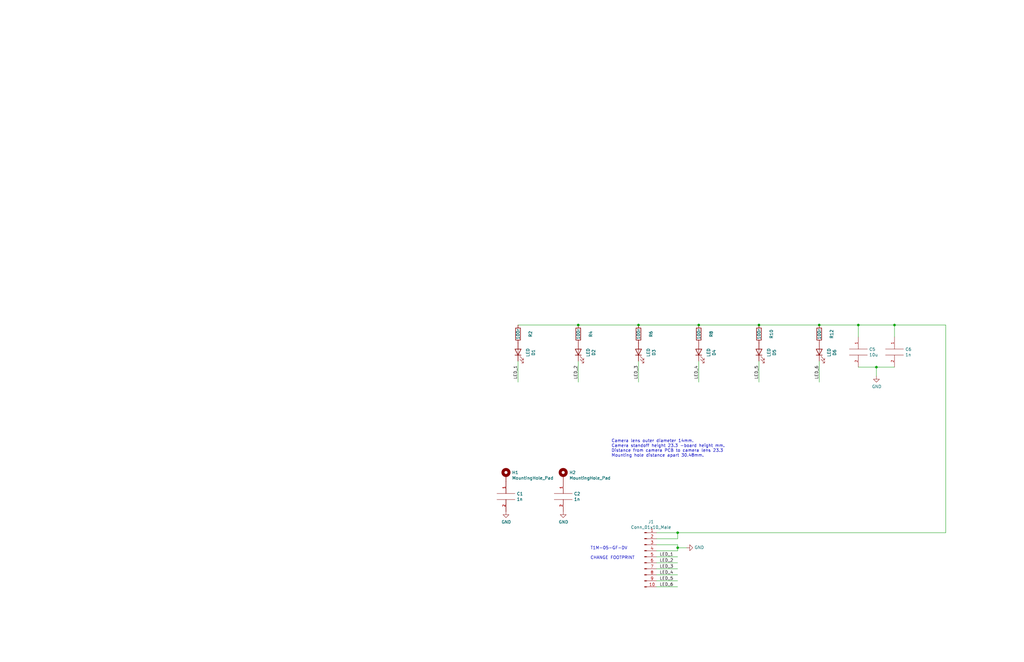
<source format=kicad_sch>
(kicad_sch (version 20211123) (generator eeschema)
  (paper "B")
  (title_block (title "Foras Promineo LED Ring") (comment 2 "Sandusky, Ohio 44870") (comment 3 "3714 Campbell St") (comment 4 "Perkins High School"))
  (lib_symbols
    (symbol "Connector:Conn_01x10_Male" (pin_names (offset 1.016) hide)
      (property "Reference" "J" (at 0 12.7 0))
      (property "Value" "Conn_01x10_Male" (at 0 -15.24 0))
      (symbol "Conn_01x10_Male_1_1"
        (polyline (pts (xy 1.27 -12.7) (xy 0.8636 -12.7)) (stroke (width 0.1524)))
        (polyline (pts (xy 1.27 -10.16) (xy 0.8636 -10.16)) (stroke (width 0.1524)))
        (polyline (pts (xy 1.27 -7.62) (xy 0.8636 -7.62)) (stroke (width 0.1524)))
        (polyline (pts (xy 1.27 -5.08) (xy 0.8636 -5.08)) (stroke (width 0.1524)))
        (polyline (pts (xy 1.27 -2.54) (xy 0.8636 -2.54)) (stroke (width 0.1524)))
        (polyline (pts (xy 1.27 0) (xy 0.8636 0)) (stroke (width 0.1524)))
        (polyline (pts (xy 1.27 2.54) (xy 0.8636 2.54)) (stroke (width 0.1524)))
        (polyline (pts (xy 1.27 5.08) (xy 0.8636 5.08)) (stroke (width 0.1524)))
        (polyline (pts (xy 1.27 7.62) (xy 0.8636 7.62)) (stroke (width 0.1524)))
        (polyline (pts (xy 1.27 10.16) (xy 0.8636 10.16)) (stroke (width 0.1524)))
        (rectangle (start 0.8636 -12.573) (end 0 -12.827) (stroke (width 0.1524)) (fill (type outline)))
        (rectangle (start 0.8636 -10.033) (end 0 -10.287) (stroke (width 0.1524)) (fill (type outline)))
        (rectangle (start 0.8636 -7.493) (end 0 -7.747) (stroke (width 0.1524)) (fill (type outline)))
        (rectangle (start 0.8636 -4.953) (end 0 -5.207) (stroke (width 0.1524)) (fill (type outline)))
        (rectangle (start 0.8636 -2.413) (end 0 -2.667) (stroke (width 0.1524)) (fill (type outline)))
        (rectangle (start 0.8636 0.127) (end 0 -0.127) (stroke (width 0.1524)) (fill (type outline)))
        (rectangle (start 0.8636 2.667) (end 0 2.413) (stroke (width 0.1524)) (fill (type outline)))
        (rectangle (start 0.8636 5.207) (end 0 4.953) (stroke (width 0.1524)) (fill (type outline)))
        (rectangle (start 0.8636 7.747) (end 0 7.493) (stroke (width 0.1524)) (fill (type outline)))
        (rectangle (start 0.8636 10.287) (end 0 10.033) (stroke (width 0.1524)) (fill (type outline)))
        (pin passive line (at 5.08 10.16 180) (length 3.81) (name "Pin_1") (number "1"))
        (pin passive line (at 5.08 -12.7 180) (length 3.81) (name "Pin_10") (number "10"))
        (pin passive line (at 5.08 7.62 180) (length 3.81) (name "Pin_2") (number "2"))
        (pin passive line (at 5.08 5.08 180) (length 3.81) (name "Pin_3") (number "3"))
        (pin passive line (at 5.08 2.54 180) (length 3.81) (name "Pin_4") (number "4"))
        (pin passive line (at 5.08 0 180) (length 3.81) (name "Pin_5") (number "5"))
        (pin passive line (at 5.08 -2.54 180) (length 3.81) (name "Pin_6") (number "6"))
        (pin passive line (at 5.08 -5.08 180) (length 3.81) (name "Pin_7") (number "7"))
        (pin passive line (at 5.08 -7.62 180) (length 3.81) (name "Pin_8") (number "8"))
        (pin passive line (at 5.08 -10.16 180) (length 3.81) (name "Pin_9") (number "9"))
      )
    )
    (symbol "Device:LED" (pin_numbers hide) (pin_names (offset 1.016) hide)
      (property "Reference" "D" (at 0 2.54 0))
      (property "Value" "LED" (at 0 -2.54 0))
      (symbol "LED_0_1"
        (polyline (pts (xy -1.27 -1.27) (xy -1.27 1.27)) (stroke (width 0.254)))
        (polyline (pts (xy -1.27 0) (xy 1.27 0)))
        (polyline (pts (xy 1.27 -1.27) (xy 1.27 1.27) (xy -1.27 0) (xy 1.27 -1.27)) (stroke (width 0.254)))
        (polyline (pts (xy -3.048 -0.762) (xy -4.572 -2.286) (xy -3.81 -2.286) (xy -4.572 -2.286) (xy -4.572 -1.524)))
        (polyline (pts (xy -1.778 -0.762) (xy -3.302 -2.286) (xy -2.54 -2.286) (xy -3.302 -2.286) (xy -3.302 -1.524)))
      )
      (symbol "LED_1_1"
        (pin passive line (at -3.81 0 0) (length 2.54) (name "K") (number "1"))
        (pin passive line (at 3.81 0 180) (length 2.54) (name "A") (number "2"))
      )
    )
    (symbol "Device:R" (pin_numbers hide) (pin_names (offset 0))
      (property "Reference" "R" (at 2.032 0 90))
      (property "Value" "R" (at 0 0 90))
      (symbol "R_0_1"
        (rectangle (start -1.016 -2.54) (end 1.016 2.54) (stroke (width 0.254)))
      )
      (symbol "R_1_1"
        (pin passive line (at 0 3.81 270) (length 1.27) (name "~") (number "1"))
        (pin passive line (at 0 -3.81 90) (length 1.27) (name "~") (number "2"))
      )
    )
    (symbol "Mechanical:MountingHole_Pad" (pin_numbers hide) (pin_names (offset 1.016) hide)
      (property "Reference" "H" (at 0 6.35 0))
      (property "Value" "MountingHole_Pad" (at 0 4.445 0))
      (symbol "MountingHole_Pad_0_1"
        (circle (center 0 1.27) (radius 1.27) (stroke (width 1.27)))
      )
      (symbol "MountingHole_Pad_1_1"
        (pin input line (at 0 -2.54 90) (length 2.54) (name "1") (number "1"))
      )
    )
    (symbol "power:GND" (power) (pin_names (offset 0))
      (property "Value" "GND" (at 0 -3.81 0))
      (symbol "GND_0_1"
        (polyline (pts (xy 0 0) (xy 0 -1.27) (xy 1.27 -1.27) (xy 0 -2.54) (xy -1.27 -1.27) (xy 0 -1.27)))
      )
      (symbol "GND_1_1"
        (pin power_in line (at 0 0 270) (length 0) hide (name "GND") (number "1"))
      )
    )
    (symbol "pspice:CAP" (pin_names (offset 0.254))
      (property "Reference" "C" (at 2.54 3.81 90))
      (property "Value" "CAP" (at 2.54 -3.81 90))
      (symbol "CAP_0_1"
        (polyline (pts (xy -3.81 -1.27) (xy 3.81 -1.27)))
        (polyline (pts (xy -3.81 1.27) (xy 3.81 1.27)))
      )
      (symbol "CAP_1_1"
        (pin passive line (at 0 6.35 270) (length 5.08) (name "~") (number "1"))
        (pin passive line (at 0 -6.35 90) (length 5.08) (name "~") (number "2"))
      )
    )
  )
  (junction (at 285.75 224.79))
  (junction (at 345.44 137.16))
  (junction (at 361.95 137.16))
  (junction (at 243.84 137.16))
  (junction (at 320.04 137.16))
  (junction (at 269.24 137.16))
  (junction (at 377.19 137.16))
  (junction (at 294.64 137.16))
  (junction (at 285.75 231.14))
  (junction (at 369.57 154.94))
  (wire (pts (xy 398.78 137.16) (xy 377.19 137.16)))
  (wire (pts (xy 285.75 232.41) (xy 285.75 231.14)))
  (wire (pts (xy 276.86 242.57) (xy 285.75 242.57)))
  (wire (pts (xy 269.24 161.29) (xy 269.24 152.4)))
  (wire (pts (xy 361.95 142.24) (xy 361.95 137.16)))
  (wire (pts (xy 369.57 154.94) (xy 377.19 154.94)))
  (wire (pts (xy 276.86 224.79) (xy 285.75 224.79)))
  (wire (pts (xy 320.04 137.16) (xy 345.44 137.16)))
  (wire (pts (xy 276.86 247.65) (xy 285.75 247.65)))
  (wire (pts (xy 269.24 137.16) (xy 294.64 137.16)))
  (wire (pts (xy 369.57 154.94) (xy 369.57 158.75)))
  (wire (pts (xy 345.44 161.29) (xy 345.44 152.4)))
  (wire (pts (xy 276.86 232.41) (xy 285.75 232.41)))
  (wire (pts (xy 285.75 227.33) (xy 285.75 224.79)))
  (wire (pts (xy 243.84 137.16) (xy 269.24 137.16)))
  (wire (pts (xy 285.75 231.14) (xy 289.56 231.14)))
  (wire (pts (xy 276.86 240.03) (xy 285.75 240.03)))
  (wire (pts (xy 320.04 161.29) (xy 320.04 152.4)))
  (wire (pts (xy 276.86 237.49) (xy 285.75 237.49)))
  (wire (pts (xy 285.75 224.79) (xy 398.78 224.79)))
  (wire (pts (xy 276.86 245.11) (xy 285.75 245.11)))
  (wire (pts (xy 285.75 229.87) (xy 285.75 231.14)))
  (wire (pts (xy 377.19 142.24) (xy 377.19 137.16)))
  (wire (pts (xy 218.44 161.29) (xy 218.44 152.4)))
  (wire (pts (xy 361.95 154.94) (xy 369.57 154.94)))
  (wire (pts (xy 345.44 137.16) (xy 361.95 137.16)))
  (wire (pts (xy 294.64 137.16) (xy 320.04 137.16)))
  (wire (pts (xy 276.86 234.95) (xy 285.75 234.95)))
  (wire (pts (xy 294.64 161.29) (xy 294.64 152.4)))
  (wire (pts (xy 243.84 161.29) (xy 243.84 152.4)))
  (wire (pts (xy 398.78 224.79) (xy 398.78 137.16)))
  (wire (pts (xy 276.86 229.87) (xy 285.75 229.87)))
  (wire (pts (xy 218.44 137.16) (xy 243.84 137.16)))
  (wire (pts (xy 276.86 227.33) (xy 285.75 227.33)))
  (wire (pts (xy 377.19 137.16) (xy 361.95 137.16)))
  (text "Camera lens outer diameter 14mm.\nCamera standoff height 23.3 -board height mm.\nDistance from camera PCB to camera lens 23.3\nMounting hole distance apart 30.48mm." (at 257.81 193.04 0) (effects (font (size 1.27 1.27)) (justify left bottom)))
  (text "T1M-05-GF-DV\n\nCHANGE FOOTPRINT" (at 248.92 236.22 0) (effects (font (size 1.27 1.27)) (justify left bottom)))
  (label "LED_1" (at 278.13 234.95 0))
  (label "LED_2" (at 243.84 160.02 90))
  (label "LED_3" (at 269.24 160.02 90))
  (label "LED_6" (at 345.44 160.02 90))
  (label "LED_1" (at 218.44 160.02 90))
  (label "LED_5" (at 278.13 245.11 0))
  (label "LED_3" (at 278.13 240.03 0))
  (label "LED_5" (at 320.04 160.02 90))
  (label "LED_4" (at 278.13 242.57 0))
  (label "LED_4" (at 294.64 160.02 90))
  (label "LED_6" (at 278.13 247.65 0))
  (label "LED_2" (at 278.13 237.49 0))
  (symbol (lib_id "Device:LED") (at 243.84 148.59 90) (unit 1)
    (property "Reference" "D2" (at 250.317 148.7678 0))
    (property "Value" "LED" (at 248.0056 148.7678 0))
    (property "Footprint" "Foras_Promineo:1212_LED_Pol" (effects hide))
    (property "Datasheet" "https://cdn.samsung.com/led/file/resource/2020/03/Data_Sheet_LM301H_ONE_Rev.2.1.pdf" (effects hide))
    (property "Description" "LED Lighting series White - 2.75V 65mA 120° 1212 (3030 Metric)" (effects hide))
    (property "Manufacturer" "Samsung Semiconductor, Inc." (effects hide))
    (property "Manufacturer Part Number" "SPMWHD32AMH1XAH0S0" (effects hide))
    (property "Supplier" "Digi-Key" (effects hide))
    (property "Supplier Part Number" "1510-SPMWHD32AMH1XAH0S0CT-ND" (effects hide))
  )
  (symbol (lib_id "Device:LED") (at 218.44 148.59 90) (unit 1)
    (property "Reference" "D1" (at 224.917 148.7678 0))
    (property "Value" "LED" (at 222.6056 148.7678 0))
    (property "Footprint" "Foras_Promineo:1212_LED_Pol" (effects hide))
    (property "Datasheet" "https://cdn.samsung.com/led/file/resource/2020/03/Data_Sheet_LM301H_ONE_Rev.2.1.pdf" (effects hide))
    (property "Description" "LED Lighting series White - 2.75V 65mA 120° 1212 (3030 Metric)" (effects hide))
    (property "Manufacturer" "Samsung Semiconductor, Inc." (effects hide))
    (property "Manufacturer Part Number" "SPMWHD32AMH1XAH0S0" (effects hide))
    (property "Supplier" "Digi-Key" (effects hide))
    (property "Supplier Part Number" "1510-SPMWHD32AMH1XAH0S0CT-ND" (effects hide))
  )
  (symbol (lib_id "Device:LED") (at 269.24 148.59 90) (unit 1)
    (property "Reference" "D3" (at 275.717 148.7678 0))
    (property "Value" "LED" (at 273.4056 148.7678 0))
    (property "Footprint" "Foras_Promineo:1212_LED_Pol_End" (effects hide))
    (property "Datasheet" "https://cdn.samsung.com/led/file/resource/2020/03/Data_Sheet_LM301H_ONE_Rev.2.1.pdf" (effects hide))
    (property "Description" "LED Lighting series White - 2.75V 65mA 120° 1212 (3030 Metric)" (effects hide))
    (property "Manufacturer" "Samsung Semiconductor, Inc." (effects hide))
    (property "Manufacturer Part Number" "SPMWHD32AMH1XAH0S0" (effects hide))
    (property "Supplier" "Digi-Key" (effects hide))
    (property "Supplier Part Number" "1510-SPMWHD32AMH1XAH0S0CT-ND" (effects hide))
  )
  (symbol (lib_id "Device:R") (at 269.24 140.97 180) (unit 1)
    (property "Reference" "R6" (at 274.4978 140.97 90))
    (property "Value" "100r" (at 269.24 140.97 90))
    (property "Footprint" "Capacitor_SMD:C_0603_1608Metric_Pad1.08x0.95mm_HandSolder" (effects hide))
    (property "Datasheet" "https://www.digikey.com/en/products/detail/rohm-semiconductor/SDR03EZPJ101/9674981" (effects hide))
    (property "Description" "RES SMD 100 OHM 5% 0.3W 0603" (effects hide))
    (property "Manufacturer" "Rohm Semiconductor" (effects hide))
    (property "Manufacturer Part Number" "SDR03EZPJ101" (effects hide))
    (property "Supplier" "Digi-Key" (effects hide))
    (property "Supplier Part Number" "511-1731-1-ND" (effects hide))
  )
  (symbol (lib_id "Device:LED") (at 345.44 148.59 90) (unit 1)
    (property "Reference" "D6" (at 351.917 148.7678 0))
    (property "Value" "LED" (at 349.6056 148.7678 0))
    (property "Footprint" "Foras_Promineo:1212_LED_Pol" (effects hide))
    (property "Datasheet" "https://cdn.samsung.com/led/file/resource/2020/03/Data_Sheet_LM301H_ONE_Rev.2.1.pdf" (effects hide))
    (property "Description" "LED Lighting series White - 2.75V 65mA 120° 1212 (3030 Metric)" (effects hide))
    (property "Manufacturer" "Samsung Semiconductor, Inc." (effects hide))
    (property "Manufacturer Part Number" "SPMWHD32AMH1XAH0S0" (effects hide))
    (property "Supplier" "Digi-Key" (effects hide))
    (property "Supplier Part Number" "1510-SPMWHD32AMH1XAH0S0CT-ND" (effects hide))
  )
  (symbol (lib_id "Device:LED") (at 294.64 148.59 90) (unit 1)
    (property "Reference" "D4" (at 301.117 148.7678 0))
    (property "Value" "LED" (at 298.8056 148.7678 0))
    (property "Footprint" "Foras_Promineo:1212_LED_Pol" (effects hide))
    (property "Datasheet" "https://cdn.samsung.com/led/file/resource/2020/03/Data_Sheet_LM301H_ONE_Rev.2.1.pdf" (effects hide))
    (property "Description" "LED Lighting series White - 2.75V 65mA 120° 1212 (3030 Metric)" (effects hide))
    (property "Manufacturer" "Samsung Semiconductor, Inc." (effects hide))
    (property "Manufacturer Part Number" "SPMWHD32AMH1XAH0S0" (effects hide))
    (property "Supplier" "Digi-Key" (effects hide))
    (property "Supplier Part Number" "1510-SPMWHD32AMH1XAH0S0CT-ND" (effects hide))
  )
  (symbol (lib_id "Device:LED") (at 320.04 148.59 90) (unit 1)
    (property "Reference" "D5" (at 326.517 148.7678 0))
    (property "Value" "LED" (at 324.2056 148.7678 0))
    (property "Footprint" "Foras_Promineo:1212_LED_Pol" (effects hide))
    (property "Datasheet" "https://cdn.samsung.com/led/file/resource/2020/03/Data_Sheet_LM301H_ONE_Rev.2.1.pdf" (effects hide))
    (property "Description" "LED Lighting series White - 2.75V 65mA 120° 1212 (3030 Metric)" (effects hide))
    (property "Manufacturer" "Samsung Semiconductor, Inc." (effects hide))
    (property "Manufacturer Part Number" "SPMWHD32AMH1XAH0S0" (effects hide))
    (property "Supplier" "Digi-Key" (effects hide))
    (property "Supplier Part Number" "1510-SPMWHD32AMH1XAH0S0CT-ND" (effects hide))
  )
  (symbol (lib_id "pspice:CAP") (at 361.95 148.59 0) (unit 1)
    (property "Reference" "C5" (at 366.4712 147.4216 0) (effects (justify left)))
    (property "Value" "10u" (at 366.4712 149.733 0) (effects (justify left)))
    (property "Footprint" "Capacitor_SMD:C_0603_1608Metric_Pad1.08x0.95mm_HandSolder" (effects hide))
    (property "Datasheet" "https://www.yuden.co.jp/productdata/catalog/mlcc06_e.pdf" (effects hide))
    (property "Description" "CAP CER 10UF 16V X5R 0603" (effects hide))
    (property "Manufacturer" "Taiyo Yuden" (effects hide))
    (property "Manufacturer Part Number" "EMK107BBJ106MA-T" (effects hide))
    (property "Supplier" "Digi-Key" (effects hide))
    (property "Supplier Part Number" "587-3238-1-ND" (effects hide))
  )
  (symbol (lib_id "power:GND") (at 369.57 158.75 0) (unit 1)
    (property "Reference" "#PWR012" (effects hide))
    (property "Value" "GND" (at 369.697 163.1442 0))
  )
  (symbol (lib_id "Device:R") (at 218.44 140.97 180) (unit 1)
    (property "Reference" "R2" (at 223.6978 140.97 90))
    (property "Value" "100r" (at 218.44 140.97 90))
    (property "Footprint" "Capacitor_SMD:C_0603_1608Metric_Pad1.08x0.95mm_HandSolder" (effects hide))
    (property "Datasheet" "https://www.digikey.com/en/products/detail/rohm-semiconductor/SDR03EZPJ101/9674981" (effects hide))
    (property "Description" "RES SMD 100 OHM 5% 0.3W 0603" (effects hide))
    (property "Manufacturer" "Rohm Semiconductor" (effects hide))
    (property "Manufacturer Part Number" "SDR03EZPJ101" (effects hide))
    (property "Supplier" "Digi-Key" (effects hide))
    (property "Supplier Part Number" "511-1731-1-ND" (effects hide))
  )
  (symbol (lib_id "Device:R") (at 243.84 140.97 180) (unit 1)
    (property "Reference" "R4" (at 249.0978 140.97 90))
    (property "Value" "100r" (at 243.84 140.97 90))
    (property "Footprint" "Capacitor_SMD:C_0603_1608Metric_Pad1.08x0.95mm_HandSolder" (effects hide))
    (property "Datasheet" "https://www.digikey.com/en/products/detail/rohm-semiconductor/SDR03EZPJ101/9674981" (effects hide))
    (property "Description" "RES SMD 100 OHM 5% 0.3W 0603" (effects hide))
    (property "Manufacturer" "Rohm Semiconductor" (effects hide))
    (property "Manufacturer Part Number" "SDR03EZPJ101" (effects hide))
    (property "Supplier" "Digi-Key" (effects hide))
    (property "Supplier Part Number" "511-1731-1-ND" (effects hide))
  )
  (symbol (lib_id "Device:R") (at 294.64 140.97 180) (unit 1)
    (property "Reference" "R8" (at 299.8978 140.97 90))
    (property "Value" "100r" (at 294.64 140.97 90))
    (property "Footprint" "Capacitor_SMD:C_0603_1608Metric_Pad1.08x0.95mm_HandSolder" (effects hide))
    (property "Datasheet" "https://www.digikey.com/en/products/detail/rohm-semiconductor/SDR03EZPJ101/9674981" (effects hide))
    (property "Description" "RES SMD 100 OHM 5% 0.3W 0603" (effects hide))
    (property "Manufacturer" "Rohm Semiconductor" (effects hide))
    (property "Manufacturer Part Number" "SDR03EZPJ101" (effects hide))
    (property "Supplier" "Digi-Key" (effects hide))
    (property "Supplier Part Number" "511-1731-1-ND" (effects hide))
  )
  (symbol (lib_id "Device:R") (at 320.04 140.97 180) (unit 1)
    (property "Reference" "R10" (at 325.2978 140.97 90))
    (property "Value" "100r" (at 320.04 140.97 90))
    (property "Footprint" "Capacitor_SMD:C_0603_1608Metric_Pad1.08x0.95mm_HandSolder" (effects hide))
    (property "Datasheet" "https://www.digikey.com/en/products/detail/rohm-semiconductor/SDR03EZPJ101/9674981" (effects hide))
    (property "Description" "RES SMD 100 OHM 5% 0.3W 0603" (effects hide))
    (property "Manufacturer" "Rohm Semiconductor" (effects hide))
    (property "Manufacturer Part Number" "SDR03EZPJ101" (effects hide))
    (property "Supplier" "Digi-Key" (effects hide))
    (property "Supplier Part Number" "511-1731-1-ND" (effects hide))
  )
  (symbol (lib_id "Device:R") (at 345.44 140.97 180) (unit 1)
    (property "Reference" "R12" (at 350.6978 140.97 90))
    (property "Value" "100r" (at 345.44 140.97 90))
    (property "Footprint" "Capacitor_SMD:C_0603_1608Metric_Pad1.08x0.95mm_HandSolder" (effects hide))
    (property "Datasheet" "https://www.digikey.com/en/products/detail/rohm-semiconductor/SDR03EZPJ101/9674981" (effects hide))
    (property "Description" "RES SMD 100 OHM 5% 0.3W 0603" (effects hide))
    (property "Manufacturer" "Rohm Semiconductor" (effects hide))
    (property "Manufacturer Part Number" "SDR03EZPJ101" (effects hide))
    (property "Supplier" "Digi-Key" (effects hide))
    (property "Supplier Part Number" "511-1731-1-ND" (effects hide))
  )
  (symbol (lib_id "pspice:CAP") (at 377.19 148.59 0) (unit 1)
    (property "Reference" "C6" (at 381.7112 147.4216 0) (effects (justify left)))
    (property "Value" "1n" (at 381.7112 149.733 0) (effects (justify left)))
    (property "Footprint" "Capacitor_SMD:C_0603_1608Metric_Pad1.08x0.95mm_HandSolder" (effects hide))
    (property "Datasheet" "https://datasheets.kyocera-avx.com/X7RDielectric.pdf" (effects hide))
    (property "Description" "CAP CER 1000PF 10V X7R 0603" (effects hide))
    (property "Manufacturer" "KYOCERA AVX" (effects hide))
    (property "Manufacturer Part Number" "0603ZC102KAT2A" (effects hide))
    (property "Supplier" "Digi-Key" (effects hide))
    (property "Supplier Part Number" "478-0603ZC102KAT2ACT-ND" (effects hide))
  )
  (symbol (lib_id "Mechanical:MountingHole_Pad") (at 213.36 200.66 0) (unit 1)
    (property "Reference" "H1" (at 215.9 199.4154 0) (effects (justify left)))
    (property "Value" "MountingHole_Pad" (at 215.9 201.7268 0) (effects (justify left)))
    (property "Footprint" "MountingHole:MountingHole_3.5mm_Pad_Via" (effects hide))
    (property "Description" "no part" (effects hide))
    (property "Supplier" "Digi-Key" (effects hide))
  )
  (symbol (lib_id "pspice:CAP") (at 213.36 209.55 0) (unit 1)
    (property "Reference" "C1" (at 217.8812 208.3816 0) (effects (justify left)))
    (property "Value" "1n" (at 217.8812 210.693 0) (effects (justify left)))
    (property "Footprint" "Capacitor_SMD:C_0603_1608Metric_Pad1.08x0.95mm_HandSolder" (effects hide))
    (property "Datasheet" "https://datasheets.kyocera-avx.com/X7RDielectric.pdf" (effects hide))
    (property "Description" "CAP CER 1000PF 10V X7R 0603" (effects hide))
    (property "Manufacturer" "KYOCERA AVX" (effects hide))
    (property "Manufacturer Part Number" "0603ZC102KAT2A" (effects hide))
    (property "Supplier" "Digi-Key" (effects hide))
    (property "Supplier Part Number" "478-0603ZC102KAT2ACT-ND" (effects hide))
  )
  (symbol (lib_id "Mechanical:MountingHole_Pad") (at 237.49 200.66 0) (unit 1)
    (property "Reference" "H2" (at 240.03 199.4154 0) (effects (justify left)))
    (property "Value" "MountingHole_Pad" (at 240.03 201.7268 0) (effects (justify left)))
    (property "Footprint" "MountingHole:MountingHole_3.5mm_Pad_Via" (effects hide))
    (property "Description" "no part" (effects hide))
    (property "Supplier" "Digi-Key" (effects hide))
  )
  (symbol (lib_id "pspice:CAP") (at 237.49 209.55 0) (unit 1)
    (property "Reference" "C2" (at 242.0112 208.3816 0) (effects (justify left)))
    (property "Value" "1n" (at 242.0112 210.693 0) (effects (justify left)))
    (property "Footprint" "Capacitor_SMD:C_0603_1608Metric_Pad1.08x0.95mm_HandSolder" (effects hide))
    (property "Datasheet" "https://datasheets.kyocera-avx.com/X7RDielectric.pdf" (effects hide))
    (property "Description" "CAP CER 1000PF 10V X7R 0603" (effects hide))
    (property "Manufacturer" "KYOCERA AVX" (effects hide))
    (property "Manufacturer Part Number" "0603ZC102KAT2A" (effects hide))
    (property "Supplier" "Digi-Key" (effects hide))
    (property "Supplier Part Number" "478-0603ZC102KAT2ACT-ND" (effects hide))
  )
  (symbol (lib_id "power:GND") (at 237.49 215.9 0) (unit 1)
    (property "Reference" "#PWR0101" (effects hide))
    (property "Value" "GND" (at 237.617 220.2942 0))
  )
  (symbol (lib_id "Connector:Conn_01x10_Male") (at 271.78 234.95 0) (unit 1)
    (property "Reference" "J1" (at 274.5232 220.1926 0))
    (property "Value" "Conn_01x10_Male" (at 274.5232 222.504 0))
    (property "Footprint" "Foras_Promineo:SAMTEC_T1M-05-X-DV" (effects hide))
    (property "Datasheet" "https://www.hirose.com/product/document?clcode=CL0536-0109-0-76&productname=DF13-10P-1.25DSA(76)&series=DF13&documenttype=Catalog&lang=en&documentid=D31687_en" (effects hide))
    (property "Description" "CONN HEADER VERT 10POS 1.25MM" (effects hide))
    (property "Manufacturer" "Hirose Electric Co Ltd" (effects hide))
    (property "Manufacturer Part Number" "DF13-10P-1.25DSA" (effects hide))
    (property "Supplier" "Digi-Key" (effects hide))
    (property "Supplier Part Number" "H2198-ND" (effects hide))
  )
  (symbol (lib_id "power:GND") (at 289.56 231.14 90) (unit 1)
    (property "Reference" "#PWR0104" (effects hide))
    (property "Value" "GND" (at 292.8112 231.013 90) (effects (justify right)))
  )
  (symbol (lib_id "power:GND") (at 213.36 215.9 0) (unit 1)
    (property "Reference" "#PWR0105" (effects hide))
    (property "Value" "GND" (at 213.487 220.2942 0))
  )
)
</source>
